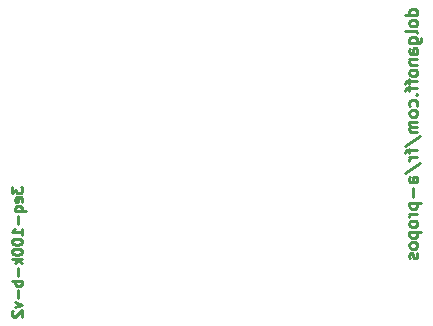
<source format=gbo>
%FSLAX46Y46*%
G04 Gerber Fmt 4.6, Leading zero omitted, Abs format (unit mm)*
G04 Created by KiCad (PCBNEW (2014-08-26 BZR 5101)-product) date 01/09/2014 17:31:56*
%MOMM*%
G01*
G04 APERTURE LIST*
%ADD10C,0.100000*%
%ADD11C,0.254000*%
%ADD12C,0.222250*%
%ADD13C,1.778000*%
%ADD14R,1.778000X1.778000*%
%ADD15R,2.286000X1.778000*%
%ADD16O,2.286000X1.778000*%
G04 APERTURE END LIST*
D10*
D11*
X147144619Y-85186763D02*
X146128619Y-85186763D01*
X147096238Y-85186763D02*
X147144619Y-85090001D01*
X147144619Y-84896478D01*
X147096238Y-84799716D01*
X147047857Y-84751335D01*
X146951095Y-84702954D01*
X146660810Y-84702954D01*
X146564048Y-84751335D01*
X146515667Y-84799716D01*
X146467286Y-84896478D01*
X146467286Y-85090001D01*
X146515667Y-85186763D01*
X147144619Y-85815716D02*
X147096238Y-85718954D01*
X147047857Y-85670573D01*
X146951095Y-85622192D01*
X146660810Y-85622192D01*
X146564048Y-85670573D01*
X146515667Y-85718954D01*
X146467286Y-85815716D01*
X146467286Y-85960858D01*
X146515667Y-86057620D01*
X146564048Y-86106001D01*
X146660810Y-86154382D01*
X146951095Y-86154382D01*
X147047857Y-86106001D01*
X147096238Y-86057620D01*
X147144619Y-85960858D01*
X147144619Y-85815716D01*
X147144619Y-86734954D02*
X147096238Y-86638192D01*
X146999476Y-86589811D01*
X146128619Y-86589811D01*
X146467286Y-87557429D02*
X147289762Y-87557429D01*
X147386524Y-87509048D01*
X147434905Y-87460667D01*
X147483286Y-87363906D01*
X147483286Y-87218763D01*
X147434905Y-87122001D01*
X147096238Y-87557429D02*
X147144619Y-87460667D01*
X147144619Y-87267144D01*
X147096238Y-87170382D01*
X147047857Y-87122001D01*
X146951095Y-87073620D01*
X146660810Y-87073620D01*
X146564048Y-87122001D01*
X146515667Y-87170382D01*
X146467286Y-87267144D01*
X146467286Y-87460667D01*
X146515667Y-87557429D01*
X147144619Y-88476667D02*
X146612429Y-88476667D01*
X146515667Y-88428286D01*
X146467286Y-88331524D01*
X146467286Y-88138001D01*
X146515667Y-88041239D01*
X147096238Y-88476667D02*
X147144619Y-88379905D01*
X147144619Y-88138001D01*
X147096238Y-88041239D01*
X146999476Y-87992858D01*
X146902714Y-87992858D01*
X146805952Y-88041239D01*
X146757571Y-88138001D01*
X146757571Y-88379905D01*
X146709190Y-88476667D01*
X146467286Y-88960477D02*
X147144619Y-88960477D01*
X146564048Y-88960477D02*
X146515667Y-89008858D01*
X146467286Y-89105620D01*
X146467286Y-89250762D01*
X146515667Y-89347524D01*
X146612429Y-89395905D01*
X147144619Y-89395905D01*
X147144619Y-90024858D02*
X147096238Y-89928096D01*
X147047857Y-89879715D01*
X146951095Y-89831334D01*
X146660810Y-89831334D01*
X146564048Y-89879715D01*
X146515667Y-89928096D01*
X146467286Y-90024858D01*
X146467286Y-90170000D01*
X146515667Y-90266762D01*
X146564048Y-90315143D01*
X146660810Y-90363524D01*
X146951095Y-90363524D01*
X147047857Y-90315143D01*
X147096238Y-90266762D01*
X147144619Y-90170000D01*
X147144619Y-90024858D01*
X146467286Y-90653810D02*
X146467286Y-91040858D01*
X147144619Y-90798953D02*
X146273762Y-90798953D01*
X146177000Y-90847334D01*
X146128619Y-90944096D01*
X146128619Y-91040858D01*
X146467286Y-91234381D02*
X146467286Y-91621429D01*
X147144619Y-91379524D02*
X146273762Y-91379524D01*
X146177000Y-91427905D01*
X146128619Y-91524667D01*
X146128619Y-91621429D01*
X147047857Y-91960095D02*
X147096238Y-92008476D01*
X147144619Y-91960095D01*
X147096238Y-91911714D01*
X147047857Y-91960095D01*
X147144619Y-91960095D01*
X147096238Y-92879333D02*
X147144619Y-92782571D01*
X147144619Y-92589048D01*
X147096238Y-92492286D01*
X147047857Y-92443905D01*
X146951095Y-92395524D01*
X146660810Y-92395524D01*
X146564048Y-92443905D01*
X146515667Y-92492286D01*
X146467286Y-92589048D01*
X146467286Y-92782571D01*
X146515667Y-92879333D01*
X147144619Y-93459905D02*
X147096238Y-93363143D01*
X147047857Y-93314762D01*
X146951095Y-93266381D01*
X146660810Y-93266381D01*
X146564048Y-93314762D01*
X146515667Y-93363143D01*
X146467286Y-93459905D01*
X146467286Y-93605047D01*
X146515667Y-93701809D01*
X146564048Y-93750190D01*
X146660810Y-93798571D01*
X146951095Y-93798571D01*
X147047857Y-93750190D01*
X147096238Y-93701809D01*
X147144619Y-93605047D01*
X147144619Y-93459905D01*
X147144619Y-94234000D02*
X146467286Y-94234000D01*
X146564048Y-94234000D02*
X146515667Y-94282381D01*
X146467286Y-94379143D01*
X146467286Y-94524285D01*
X146515667Y-94621047D01*
X146612429Y-94669428D01*
X147144619Y-94669428D01*
X146612429Y-94669428D02*
X146515667Y-94717809D01*
X146467286Y-94814571D01*
X146467286Y-94959714D01*
X146515667Y-95056476D01*
X146612429Y-95104857D01*
X147144619Y-95104857D01*
X146080238Y-96314381D02*
X147386524Y-95443524D01*
X146467286Y-96507905D02*
X146467286Y-96894953D01*
X147144619Y-96653048D02*
X146273762Y-96653048D01*
X146177000Y-96701429D01*
X146128619Y-96798191D01*
X146128619Y-96894953D01*
X147144619Y-97233619D02*
X146467286Y-97233619D01*
X146660810Y-97233619D02*
X146564048Y-97282000D01*
X146515667Y-97330381D01*
X146467286Y-97427143D01*
X146467286Y-97523904D01*
X146080238Y-98588285D02*
X147386524Y-97717428D01*
X147144619Y-99362380D02*
X146612429Y-99362380D01*
X146515667Y-99313999D01*
X146467286Y-99217237D01*
X146467286Y-99023714D01*
X146515667Y-98926952D01*
X147096238Y-99362380D02*
X147144619Y-99265618D01*
X147144619Y-99023714D01*
X147096238Y-98926952D01*
X146999476Y-98878571D01*
X146902714Y-98878571D01*
X146805952Y-98926952D01*
X146757571Y-99023714D01*
X146757571Y-99265618D01*
X146709190Y-99362380D01*
X146757571Y-99846190D02*
X146757571Y-100620285D01*
X146467286Y-101104095D02*
X147483286Y-101104095D01*
X146515667Y-101104095D02*
X146467286Y-101200857D01*
X146467286Y-101394380D01*
X146515667Y-101491142D01*
X146564048Y-101539523D01*
X146660810Y-101587904D01*
X146951095Y-101587904D01*
X147047857Y-101539523D01*
X147096238Y-101491142D01*
X147144619Y-101394380D01*
X147144619Y-101200857D01*
X147096238Y-101104095D01*
X147144619Y-102023333D02*
X146467286Y-102023333D01*
X146660810Y-102023333D02*
X146564048Y-102071714D01*
X146515667Y-102120095D01*
X146467286Y-102216857D01*
X146467286Y-102313618D01*
X147144619Y-102797428D02*
X147096238Y-102700666D01*
X147047857Y-102652285D01*
X146951095Y-102603904D01*
X146660810Y-102603904D01*
X146564048Y-102652285D01*
X146515667Y-102700666D01*
X146467286Y-102797428D01*
X146467286Y-102942570D01*
X146515667Y-103039332D01*
X146564048Y-103087713D01*
X146660810Y-103136094D01*
X146951095Y-103136094D01*
X147047857Y-103087713D01*
X147096238Y-103039332D01*
X147144619Y-102942570D01*
X147144619Y-102797428D01*
X146467286Y-103571523D02*
X147483286Y-103571523D01*
X146515667Y-103571523D02*
X146467286Y-103668285D01*
X146467286Y-103861808D01*
X146515667Y-103958570D01*
X146564048Y-104006951D01*
X146660810Y-104055332D01*
X146951095Y-104055332D01*
X147047857Y-104006951D01*
X147096238Y-103958570D01*
X147144619Y-103861808D01*
X147144619Y-103668285D01*
X147096238Y-103571523D01*
X147144619Y-104635904D02*
X147096238Y-104539142D01*
X147047857Y-104490761D01*
X146951095Y-104442380D01*
X146660810Y-104442380D01*
X146564048Y-104490761D01*
X146515667Y-104539142D01*
X146467286Y-104635904D01*
X146467286Y-104781046D01*
X146515667Y-104877808D01*
X146564048Y-104926189D01*
X146660810Y-104974570D01*
X146951095Y-104974570D01*
X147047857Y-104926189D01*
X147096238Y-104877808D01*
X147144619Y-104781046D01*
X147144619Y-104635904D01*
X147096238Y-105361618D02*
X147144619Y-105458380D01*
X147144619Y-105651904D01*
X147096238Y-105748665D01*
X146999476Y-105797046D01*
X146951095Y-105797046D01*
X146854333Y-105748665D01*
X146805952Y-105651904D01*
X146805952Y-105506761D01*
X146757571Y-105409999D01*
X146660810Y-105361618D01*
X146612429Y-105361618D01*
X146515667Y-105409999D01*
X146467286Y-105506761D01*
X146467286Y-105651904D01*
X146515667Y-105748665D01*
D12*
X112797167Y-99758499D02*
X112797167Y-100308832D01*
X113135833Y-100012499D01*
X113135833Y-100139499D01*
X113178167Y-100224166D01*
X113220500Y-100266499D01*
X113305167Y-100308832D01*
X113516833Y-100308832D01*
X113601500Y-100266499D01*
X113643833Y-100224166D01*
X113686167Y-100139499D01*
X113686167Y-99885499D01*
X113643833Y-99800832D01*
X113601500Y-99758499D01*
X113643833Y-101028499D02*
X113686167Y-100943833D01*
X113686167Y-100774499D01*
X113643833Y-100689833D01*
X113559167Y-100647499D01*
X113220500Y-100647499D01*
X113135833Y-100689833D01*
X113093500Y-100774499D01*
X113093500Y-100943833D01*
X113135833Y-101028499D01*
X113220500Y-101070833D01*
X113305167Y-101070833D01*
X113389833Y-100647499D01*
X113093500Y-101832833D02*
X113982500Y-101832833D01*
X113643833Y-101832833D02*
X113686167Y-101748166D01*
X113686167Y-101578833D01*
X113643833Y-101494166D01*
X113601500Y-101451833D01*
X113516833Y-101409499D01*
X113262833Y-101409499D01*
X113178167Y-101451833D01*
X113135833Y-101494166D01*
X113093500Y-101578833D01*
X113093500Y-101748166D01*
X113135833Y-101832833D01*
X113347500Y-102256166D02*
X113347500Y-102933499D01*
X113686167Y-103822499D02*
X113686167Y-103314499D01*
X113686167Y-103568499D02*
X112797167Y-103568499D01*
X112924167Y-103483833D01*
X113008833Y-103399166D01*
X113051167Y-103314499D01*
X112797167Y-104372833D02*
X112797167Y-104457500D01*
X112839500Y-104542166D01*
X112881833Y-104584500D01*
X112966500Y-104626833D01*
X113135833Y-104669166D01*
X113347500Y-104669166D01*
X113516833Y-104626833D01*
X113601500Y-104584500D01*
X113643833Y-104542166D01*
X113686167Y-104457500D01*
X113686167Y-104372833D01*
X113643833Y-104288166D01*
X113601500Y-104245833D01*
X113516833Y-104203500D01*
X113347500Y-104161166D01*
X113135833Y-104161166D01*
X112966500Y-104203500D01*
X112881833Y-104245833D01*
X112839500Y-104288166D01*
X112797167Y-104372833D01*
X112797167Y-105219500D02*
X112797167Y-105304167D01*
X112839500Y-105388833D01*
X112881833Y-105431167D01*
X112966500Y-105473500D01*
X113135833Y-105515833D01*
X113347500Y-105515833D01*
X113516833Y-105473500D01*
X113601500Y-105431167D01*
X113643833Y-105388833D01*
X113686167Y-105304167D01*
X113686167Y-105219500D01*
X113643833Y-105134833D01*
X113601500Y-105092500D01*
X113516833Y-105050167D01*
X113347500Y-105007833D01*
X113135833Y-105007833D01*
X112966500Y-105050167D01*
X112881833Y-105092500D01*
X112839500Y-105134833D01*
X112797167Y-105219500D01*
X113686167Y-105896834D02*
X112797167Y-105896834D01*
X113347500Y-105981500D02*
X113686167Y-106235500D01*
X113093500Y-106235500D02*
X113432167Y-105896834D01*
X113347500Y-106616501D02*
X113347500Y-107293834D01*
X113686167Y-107717168D02*
X112797167Y-107717168D01*
X113135833Y-107717168D02*
X113093500Y-107801834D01*
X113093500Y-107971168D01*
X113135833Y-108055834D01*
X113178167Y-108098168D01*
X113262833Y-108140501D01*
X113516833Y-108140501D01*
X113601500Y-108098168D01*
X113643833Y-108055834D01*
X113686167Y-107971168D01*
X113686167Y-107801834D01*
X113643833Y-107717168D01*
X113347500Y-108521501D02*
X113347500Y-109198834D01*
X113093500Y-109537501D02*
X113686167Y-109749168D01*
X113093500Y-109960834D01*
X112881833Y-110257167D02*
X112839500Y-110299501D01*
X112797167Y-110384167D01*
X112797167Y-110595834D01*
X112839500Y-110680501D01*
X112881833Y-110722834D01*
X112966500Y-110765167D01*
X113051167Y-110765167D01*
X113178167Y-110722834D01*
X113686167Y-110214834D01*
X113686167Y-110765167D01*
%LPC*%
D13*
X120015000Y-120015000D03*
X120015000Y-114935000D03*
D14*
X119888000Y-104140000D03*
D13*
X119888000Y-100330000D03*
X128270000Y-90170000D03*
X133350000Y-90170000D03*
X128270000Y-93345000D03*
X133350000Y-93345000D03*
X139065000Y-86360000D03*
X144145000Y-86360000D03*
X116840000Y-86360000D03*
X121920000Y-86360000D03*
D14*
X140335000Y-106680000D03*
D13*
X144145000Y-106680000D03*
D14*
X128905000Y-118745000D03*
D13*
X125095000Y-118745000D03*
D14*
X137160000Y-116840000D03*
D13*
X137160000Y-120650000D03*
D14*
X116840000Y-109220000D03*
D13*
X116840000Y-106680000D03*
D14*
X145415000Y-115570000D03*
D13*
X145415000Y-113030000D03*
D14*
X142240000Y-121285000D03*
D13*
X142240000Y-118745000D03*
X116840000Y-120015000D03*
X116840000Y-112395000D03*
X130175000Y-113665000D03*
X122555000Y-113665000D03*
X124460000Y-90170000D03*
X116840000Y-90170000D03*
X124460000Y-93345000D03*
X116840000Y-93345000D03*
X116840000Y-97155000D03*
X124460000Y-97155000D03*
X133985000Y-86360000D03*
X126365000Y-86360000D03*
X144145000Y-90170000D03*
X136525000Y-90170000D03*
X144145000Y-93345000D03*
X136525000Y-93345000D03*
X144145000Y-97155000D03*
X136525000Y-97155000D03*
X137160000Y-111125000D03*
X137160000Y-103505000D03*
X133985000Y-113665000D03*
X141605000Y-113665000D03*
X132080000Y-121285000D03*
X132080000Y-113665000D03*
D14*
X144145000Y-81915000D03*
D13*
X141605000Y-81915000D03*
X139065000Y-81915000D03*
D14*
X133350000Y-81915000D03*
D13*
X130810000Y-81915000D03*
X128270000Y-81915000D03*
D14*
X121920000Y-81915000D03*
D13*
X119380000Y-81915000D03*
X116840000Y-81915000D03*
D15*
X125095000Y-102235000D03*
D16*
X125095000Y-104775000D03*
X125095000Y-107315000D03*
X125095000Y-109855000D03*
X132715000Y-109855000D03*
X132715000Y-107315000D03*
X132715000Y-104775000D03*
X132715000Y-102235000D03*
D13*
X128143000Y-97155000D03*
X133223000Y-97155000D03*
M02*

</source>
